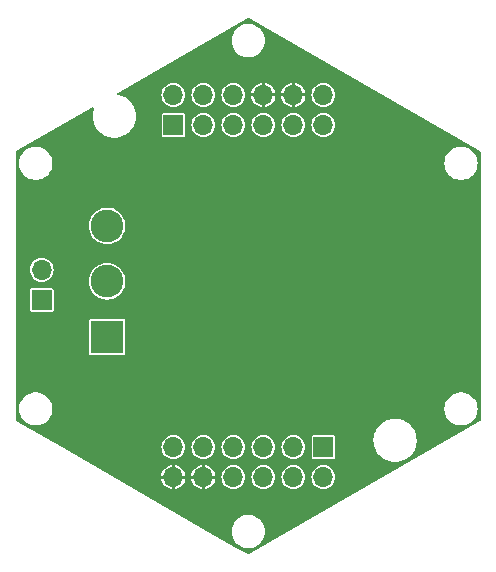
<source format=gbr>
%TF.GenerationSoftware,KiCad,Pcbnew,7.0.5*%
%TF.CreationDate,2024-01-24T02:21:01-05:00*%
%TF.ProjectId,LORA_ADAPTER,4c4f5241-5f41-4444-9150-5445522e6b69,rev?*%
%TF.SameCoordinates,Original*%
%TF.FileFunction,Copper,L2,Bot*%
%TF.FilePolarity,Positive*%
%FSLAX46Y46*%
G04 Gerber Fmt 4.6, Leading zero omitted, Abs format (unit mm)*
G04 Created by KiCad (PCBNEW 7.0.5) date 2024-01-24 02:21:01*
%MOMM*%
%LPD*%
G01*
G04 APERTURE LIST*
%TA.AperFunction,ComponentPad*%
%ADD10R,1.700000X1.700000*%
%TD*%
%TA.AperFunction,ComponentPad*%
%ADD11O,1.700000X1.700000*%
%TD*%
%TA.AperFunction,ComponentPad*%
%ADD12R,2.775000X2.775000*%
%TD*%
%TA.AperFunction,ComponentPad*%
%ADD13C,2.775000*%
%TD*%
%TA.AperFunction,ViaPad*%
%ADD14C,0.660400*%
%TD*%
G04 APERTURE END LIST*
D10*
%TO.P,J4,1,Pin_1*%
%TO.N,Net-(J4-Pin_1)*%
X132660000Y-101273621D03*
D11*
%TO.P,J4,2,Pin_2*%
%TO.N,Net-(J4-Pin_2)*%
X132660000Y-98733621D03*
%TD*%
D10*
%TO.P,J1,1,Pin_1*%
%TO.N,/VBAT*%
X143810000Y-86465599D03*
D11*
%TO.P,J1,2,Pin_2*%
%TO.N,/D8*%
X143810000Y-83925599D03*
%TO.P,J1,3,Pin_3*%
%TO.N,/A5*%
X146350000Y-86465599D03*
%TO.P,J1,4,Pin_4*%
%TO.N,/A3*%
X146350000Y-83925599D03*
%TO.P,J1,5,Pin_5*%
%TO.N,+5V*%
X148890000Y-86465599D03*
%TO.P,J1,6,Pin_6*%
%TO.N,/A2*%
X148890000Y-83925599D03*
%TO.P,J1,7,Pin_7*%
%TO.N,/LoRa_CS*%
X151430000Y-86465599D03*
%TO.P,J1,8,Pin_8*%
%TO.N,GND*%
X151430000Y-83925599D03*
%TO.P,J1,9,Pin_9*%
%TO.N,/BURN_EN*%
X153970000Y-86465599D03*
%TO.P,J1,10,Pin_10*%
%TO.N,GND*%
X153970000Y-83925599D03*
%TO.P,J1,11,Pin_11*%
%TO.N,/SDA*%
X156510000Y-86465599D03*
%TO.P,J1,12,Pin_12*%
%TO.N,/SCL*%
X156510000Y-83925599D03*
%TD*%
D10*
%TO.P,J2,1,Pin_1*%
%TO.N,/D12*%
X156510000Y-113743621D03*
D11*
%TO.P,J2,2,Pin_2*%
%TO.N,/D10*%
X156510000Y-116283621D03*
%TO.P,J2,3,Pin_3*%
%TO.N,/MOSI*%
X153970000Y-113743621D03*
%TO.P,J2,4,Pin_4*%
%TO.N,/D1*%
X153970000Y-116283621D03*
%TO.P,J2,5,Pin_5*%
%TO.N,/SCK*%
X151430000Y-113743621D03*
%TO.P,J2,6,Pin_6*%
%TO.N,/D3*%
X151430000Y-116283621D03*
%TO.P,J2,7,Pin_7*%
%TO.N,/D2*%
X148890000Y-113743621D03*
%TO.P,J2,8,Pin_8*%
%TO.N,/A4*%
X148890000Y-116283621D03*
%TO.P,J2,9,Pin_9*%
%TO.N,/MISO*%
X146350000Y-113743621D03*
%TO.P,J2,10,Pin_10*%
%TO.N,GND*%
X146350000Y-116283621D03*
%TO.P,J2,11,Pin_11*%
%TO.N,/BAT_BR*%
X143810000Y-113743621D03*
%TO.P,J2,12,Pin_12*%
%TO.N,GND*%
X143810000Y-116283621D03*
%TD*%
D12*
%TO.P,S1,1*%
%TO.N,Net-(J4-Pin_1)*%
X138210000Y-104404610D03*
D13*
%TO.P,S1,2*%
%TO.N,Net-(J4-Pin_2)*%
X138210000Y-99704610D03*
%TO.P,S1,3*%
%TO.N,unconnected-(S1-Pad3)*%
X138210000Y-95004610D03*
%TD*%
D14*
%TO.N,GND*%
X162660000Y-110698621D03*
X160160000Y-110698621D03*
X137660000Y-90698621D03*
X160160000Y-113198621D03*
X132660000Y-108198621D03*
X160160000Y-103198621D03*
X152160000Y-118198621D03*
X165160000Y-105698621D03*
X160160000Y-88198621D03*
X142660000Y-108198621D03*
X157660000Y-110698621D03*
X165160000Y-88198621D03*
X150160000Y-82198621D03*
X147660000Y-98198621D03*
X167660000Y-93198621D03*
X132660000Y-93198621D03*
X145160000Y-98198621D03*
X157660000Y-90698621D03*
X167660000Y-98198621D03*
X142660000Y-103198621D03*
X157660000Y-103198621D03*
X157660000Y-100698621D03*
X137660000Y-110698621D03*
X165160000Y-98198621D03*
X140160000Y-90698621D03*
X153160000Y-108198621D03*
X135160000Y-88198621D03*
X140160000Y-110698621D03*
X165160000Y-95698621D03*
X160160000Y-115698621D03*
X135160000Y-90698621D03*
X142660000Y-105698621D03*
X142660000Y-110698621D03*
X160160000Y-90698621D03*
X145160000Y-105698621D03*
X165160000Y-103198621D03*
X154160000Y-80198621D03*
X146160000Y-82198621D03*
X165160000Y-110698621D03*
X146160000Y-80198621D03*
X160160000Y-98198621D03*
X147660000Y-95698621D03*
X140160000Y-115698621D03*
X146160000Y-118198621D03*
X156160000Y-82198621D03*
X157660000Y-93198621D03*
X148160000Y-108198621D03*
X162660000Y-105698621D03*
X155160000Y-90698621D03*
X142660000Y-98198621D03*
X145160000Y-100698621D03*
X160160000Y-95698621D03*
X154160000Y-82198621D03*
X140160000Y-113198621D03*
X160160000Y-100698621D03*
X157660000Y-108198621D03*
X154160000Y-119698621D03*
X162660000Y-100698621D03*
X162660000Y-103198621D03*
X154160000Y-118198621D03*
X153160000Y-106198621D03*
X142660000Y-95698621D03*
X152660000Y-90698621D03*
X162660000Y-108198621D03*
X150160000Y-110198621D03*
X148160000Y-82198621D03*
X165160000Y-93198621D03*
X157660000Y-105698621D03*
X145160000Y-103198621D03*
X162660000Y-95698621D03*
X157660000Y-98198621D03*
X167660000Y-100698621D03*
X162660000Y-93198621D03*
X155160000Y-106198621D03*
X137660000Y-113198621D03*
X135160000Y-113198621D03*
X148160000Y-110198621D03*
X167660000Y-95698621D03*
X142660000Y-100698621D03*
X145160000Y-108198621D03*
X148160000Y-106198621D03*
X140160000Y-88198621D03*
X160160000Y-108198621D03*
X157660000Y-95698621D03*
X144160000Y-82198621D03*
X148160000Y-118198621D03*
X156160000Y-118198621D03*
X162660000Y-85698621D03*
X165160000Y-108198621D03*
X135160000Y-110698621D03*
X155160000Y-108198621D03*
X137660000Y-88198621D03*
X146160000Y-119698621D03*
X150160000Y-106198621D03*
X162660000Y-90698621D03*
X160160000Y-85698621D03*
X162660000Y-98198621D03*
X165160000Y-90698621D03*
X155160000Y-93198621D03*
X165160000Y-100698621D03*
X160160000Y-93198621D03*
X152160000Y-82198621D03*
X150160000Y-118198621D03*
X162660000Y-88198621D03*
X144160000Y-118198621D03*
X152660000Y-93198621D03*
X150160000Y-108198621D03*
X132660000Y-105698621D03*
X145160000Y-110698621D03*
X153160000Y-110198621D03*
X167660000Y-103198621D03*
X167660000Y-105698621D03*
X155160000Y-110198621D03*
X160160000Y-105698621D03*
%TD*%
%TA.AperFunction,Conductor*%
%TO.N,GND*%
G36*
X150203946Y-77388502D02*
G01*
X169810750Y-88708494D01*
X169849399Y-88754554D01*
X169854700Y-88784618D01*
X169854700Y-111424599D01*
X169834135Y-111481100D01*
X169810750Y-111500723D01*
X150203949Y-122820715D01*
X150144735Y-122831156D01*
X150116049Y-122820715D01*
X149138254Y-122256185D01*
X146770601Y-120889220D01*
X148749884Y-120889220D01*
X148769115Y-121121316D01*
X148769116Y-121121322D01*
X148826286Y-121347080D01*
X148826289Y-121347088D01*
X148897987Y-121510541D01*
X148919840Y-121560361D01*
X148919844Y-121560367D01*
X149047215Y-121755325D01*
X149047216Y-121755327D01*
X149047220Y-121755331D01*
X149204954Y-121926676D01*
X149388740Y-122069722D01*
X149593563Y-122180567D01*
X149813837Y-122256187D01*
X149813839Y-122256187D01*
X149813841Y-122256188D01*
X150043550Y-122294520D01*
X150043554Y-122294520D01*
X150276450Y-122294520D01*
X150506158Y-122256188D01*
X150506158Y-122256187D01*
X150506163Y-122256187D01*
X150726437Y-122180567D01*
X150931260Y-122069722D01*
X151115046Y-121926676D01*
X151272780Y-121755331D01*
X151400160Y-121560361D01*
X151493712Y-121347084D01*
X151550884Y-121121317D01*
X151570116Y-120889220D01*
X151550884Y-120657123D01*
X151550883Y-120657117D01*
X151493713Y-120431359D01*
X151493710Y-120431351D01*
X151400164Y-120218089D01*
X151400160Y-120218079D01*
X151319435Y-120094520D01*
X151272784Y-120023114D01*
X151272783Y-120023112D01*
X151115050Y-119851768D01*
X151115048Y-119851767D01*
X151115046Y-119851764D01*
X150931260Y-119708718D01*
X150726437Y-119597873D01*
X150726433Y-119597871D01*
X150726430Y-119597870D01*
X150506167Y-119522254D01*
X150506158Y-119522251D01*
X150276450Y-119483920D01*
X150276446Y-119483920D01*
X150043554Y-119483920D01*
X150043550Y-119483920D01*
X149813841Y-119522251D01*
X149813832Y-119522254D01*
X149593569Y-119597870D01*
X149388740Y-119708718D01*
X149204949Y-119851768D01*
X149047216Y-120023112D01*
X149047215Y-120023114D01*
X148919844Y-120218072D01*
X148919835Y-120218089D01*
X148826289Y-120431351D01*
X148826286Y-120431359D01*
X148769116Y-120657117D01*
X148769115Y-120657123D01*
X148749884Y-120889220D01*
X146770601Y-120889220D01*
X139013441Y-116410621D01*
X142789735Y-116410621D01*
X142797072Y-116485109D01*
X142855842Y-116678846D01*
X142855844Y-116678849D01*
X142951281Y-116857399D01*
X143079717Y-117013899D01*
X143079721Y-117013903D01*
X143236221Y-117142339D01*
X143414771Y-117237776D01*
X143414774Y-117237778D01*
X143608515Y-117296550D01*
X143683000Y-117303884D01*
X143683000Y-116770502D01*
X143774237Y-116783621D01*
X143845763Y-116783621D01*
X143937000Y-116770502D01*
X143937000Y-117303884D01*
X144011484Y-117296550D01*
X144205225Y-117237778D01*
X144205228Y-117237776D01*
X144383778Y-117142339D01*
X144540278Y-117013903D01*
X144540282Y-117013899D01*
X144668718Y-116857399D01*
X144764155Y-116678849D01*
X144764157Y-116678846D01*
X144822927Y-116485109D01*
X144830265Y-116410621D01*
X145329735Y-116410621D01*
X145337072Y-116485109D01*
X145395842Y-116678846D01*
X145395844Y-116678849D01*
X145491281Y-116857399D01*
X145619717Y-117013899D01*
X145619721Y-117013903D01*
X145776221Y-117142339D01*
X145954771Y-117237776D01*
X145954774Y-117237778D01*
X146148515Y-117296550D01*
X146223000Y-117303884D01*
X146223000Y-116770502D01*
X146314237Y-116783621D01*
X146385763Y-116783621D01*
X146477000Y-116770502D01*
X146477000Y-117303884D01*
X146551484Y-117296550D01*
X146745225Y-117237778D01*
X146745228Y-117237776D01*
X146923778Y-117142339D01*
X147080278Y-117013903D01*
X147080282Y-117013899D01*
X147208718Y-116857399D01*
X147304155Y-116678849D01*
X147304157Y-116678846D01*
X147362927Y-116485109D01*
X147370265Y-116410621D01*
X146833818Y-116410621D01*
X146850000Y-116355510D01*
X146850000Y-116283621D01*
X147882247Y-116283621D01*
X147901612Y-116480230D01*
X147958957Y-116669269D01*
X147958958Y-116669271D01*
X148052084Y-116843499D01*
X148177411Y-116996210D01*
X148330122Y-117121537D01*
X148504350Y-117214663D01*
X148693397Y-117272010D01*
X148890000Y-117291374D01*
X149086603Y-117272010D01*
X149275650Y-117214663D01*
X149449878Y-117121537D01*
X149602589Y-116996210D01*
X149727916Y-116843499D01*
X149821042Y-116669271D01*
X149878389Y-116480224D01*
X149897753Y-116283621D01*
X150422247Y-116283621D01*
X150441612Y-116480230D01*
X150498957Y-116669269D01*
X150498958Y-116669271D01*
X150592084Y-116843499D01*
X150717411Y-116996210D01*
X150870122Y-117121537D01*
X151044350Y-117214663D01*
X151233397Y-117272010D01*
X151430000Y-117291374D01*
X151626603Y-117272010D01*
X151815650Y-117214663D01*
X151989878Y-117121537D01*
X152142589Y-116996210D01*
X152267916Y-116843499D01*
X152361042Y-116669271D01*
X152418389Y-116480224D01*
X152437753Y-116283621D01*
X152962247Y-116283621D01*
X152981612Y-116480230D01*
X153038957Y-116669269D01*
X153038958Y-116669271D01*
X153132084Y-116843499D01*
X153257411Y-116996210D01*
X153410122Y-117121537D01*
X153584350Y-117214663D01*
X153773397Y-117272010D01*
X153970000Y-117291374D01*
X154166603Y-117272010D01*
X154355650Y-117214663D01*
X154529878Y-117121537D01*
X154682589Y-116996210D01*
X154807916Y-116843499D01*
X154901042Y-116669271D01*
X154958389Y-116480224D01*
X154977753Y-116283621D01*
X155502247Y-116283621D01*
X155521612Y-116480230D01*
X155578957Y-116669269D01*
X155578958Y-116669271D01*
X155672084Y-116843499D01*
X155797411Y-116996210D01*
X155950122Y-117121537D01*
X156124350Y-117214663D01*
X156313397Y-117272010D01*
X156510000Y-117291374D01*
X156706603Y-117272010D01*
X156895650Y-117214663D01*
X157069878Y-117121537D01*
X157222589Y-116996210D01*
X157347916Y-116843499D01*
X157441042Y-116669271D01*
X157498389Y-116480224D01*
X157517753Y-116283621D01*
X157498389Y-116087018D01*
X157441042Y-115897971D01*
X157347916Y-115723743D01*
X157222589Y-115571032D01*
X157069878Y-115445705D01*
X156895650Y-115352579D01*
X156895649Y-115352578D01*
X156895648Y-115352578D01*
X156706609Y-115295233D01*
X156706604Y-115295232D01*
X156706603Y-115295232D01*
X156510000Y-115275868D01*
X156509999Y-115275868D01*
X156462657Y-115280530D01*
X156313397Y-115295232D01*
X156313395Y-115295232D01*
X156313390Y-115295233D01*
X156124351Y-115352578D01*
X155950121Y-115445705D01*
X155797413Y-115571030D01*
X155797409Y-115571034D01*
X155672084Y-115723742D01*
X155578957Y-115897972D01*
X155521612Y-116087011D01*
X155502247Y-116283621D01*
X154977753Y-116283621D01*
X154958389Y-116087018D01*
X154901042Y-115897971D01*
X154807916Y-115723743D01*
X154682589Y-115571032D01*
X154529878Y-115445705D01*
X154355650Y-115352579D01*
X154355649Y-115352578D01*
X154355648Y-115352578D01*
X154166609Y-115295233D01*
X154166604Y-115295232D01*
X154166603Y-115295232D01*
X153970000Y-115275868D01*
X153773397Y-115295232D01*
X153773395Y-115295232D01*
X153773390Y-115295233D01*
X153584351Y-115352578D01*
X153410121Y-115445705D01*
X153257413Y-115571030D01*
X153257409Y-115571034D01*
X153132084Y-115723742D01*
X153038957Y-115897972D01*
X152981612Y-116087011D01*
X152962247Y-116283621D01*
X152437753Y-116283621D01*
X152418389Y-116087018D01*
X152361042Y-115897971D01*
X152267916Y-115723743D01*
X152142589Y-115571032D01*
X151989878Y-115445705D01*
X151815650Y-115352579D01*
X151815649Y-115352578D01*
X151815648Y-115352578D01*
X151626609Y-115295233D01*
X151626604Y-115295232D01*
X151626603Y-115295232D01*
X151430000Y-115275868D01*
X151429999Y-115275868D01*
X151382657Y-115280530D01*
X151233397Y-115295232D01*
X151233395Y-115295232D01*
X151233390Y-115295233D01*
X151044351Y-115352578D01*
X150870121Y-115445705D01*
X150717413Y-115571030D01*
X150717409Y-115571034D01*
X150592084Y-115723742D01*
X150498957Y-115897972D01*
X150441612Y-116087011D01*
X150422247Y-116283621D01*
X149897753Y-116283621D01*
X149878389Y-116087018D01*
X149821042Y-115897971D01*
X149727916Y-115723743D01*
X149602589Y-115571032D01*
X149449878Y-115445705D01*
X149275650Y-115352579D01*
X149275649Y-115352578D01*
X149275648Y-115352578D01*
X149086609Y-115295233D01*
X149086604Y-115295232D01*
X149086603Y-115295232D01*
X148890000Y-115275868D01*
X148889999Y-115275868D01*
X148842657Y-115280530D01*
X148693397Y-115295232D01*
X148693395Y-115295232D01*
X148693390Y-115295233D01*
X148504351Y-115352578D01*
X148330121Y-115445705D01*
X148177413Y-115571030D01*
X148177409Y-115571034D01*
X148052084Y-115723742D01*
X147958957Y-115897972D01*
X147901612Y-116087011D01*
X147882247Y-116283621D01*
X146850000Y-116283621D01*
X146850000Y-116211732D01*
X146833818Y-116156621D01*
X147370264Y-116156621D01*
X147362927Y-116082132D01*
X147304157Y-115888395D01*
X147304155Y-115888392D01*
X147208718Y-115709842D01*
X147080282Y-115553342D01*
X147080278Y-115553338D01*
X146923778Y-115424902D01*
X146745228Y-115329465D01*
X146745225Y-115329463D01*
X146551488Y-115270693D01*
X146477000Y-115263356D01*
X146477000Y-115796739D01*
X146385763Y-115783621D01*
X146314237Y-115783621D01*
X146223000Y-115796739D01*
X146223000Y-115263356D01*
X146148511Y-115270693D01*
X145954774Y-115329463D01*
X145954771Y-115329465D01*
X145776221Y-115424902D01*
X145619721Y-115553338D01*
X145619717Y-115553342D01*
X145491281Y-115709842D01*
X145395844Y-115888392D01*
X145395842Y-115888395D01*
X145337072Y-116082132D01*
X145329735Y-116156621D01*
X145866182Y-116156621D01*
X145850000Y-116211732D01*
X145850000Y-116355510D01*
X145866182Y-116410621D01*
X145329735Y-116410621D01*
X144830265Y-116410621D01*
X144293818Y-116410621D01*
X144310000Y-116355510D01*
X144310000Y-116211732D01*
X144293818Y-116156621D01*
X144830264Y-116156621D01*
X144822927Y-116082132D01*
X144764157Y-115888395D01*
X144764155Y-115888392D01*
X144668718Y-115709842D01*
X144540282Y-115553342D01*
X144540278Y-115553338D01*
X144383778Y-115424902D01*
X144205228Y-115329465D01*
X144205225Y-115329463D01*
X144011488Y-115270693D01*
X143937000Y-115263356D01*
X143937000Y-115796739D01*
X143845763Y-115783621D01*
X143774237Y-115783621D01*
X143683000Y-115796739D01*
X143683000Y-115263356D01*
X143608511Y-115270693D01*
X143414774Y-115329463D01*
X143414771Y-115329465D01*
X143236221Y-115424902D01*
X143079721Y-115553338D01*
X143079717Y-115553342D01*
X142951281Y-115709842D01*
X142855844Y-115888392D01*
X142855842Y-115888395D01*
X142797072Y-116082132D01*
X142789735Y-116156621D01*
X143326182Y-116156621D01*
X143310000Y-116211732D01*
X143310000Y-116355510D01*
X143326182Y-116410621D01*
X142789735Y-116410621D01*
X139013441Y-116410621D01*
X134394061Y-113743621D01*
X142802247Y-113743621D01*
X142821612Y-113940230D01*
X142870186Y-114100355D01*
X142878958Y-114129271D01*
X142972084Y-114303499D01*
X143097411Y-114456210D01*
X143250122Y-114581537D01*
X143424350Y-114674663D01*
X143613397Y-114732010D01*
X143810000Y-114751374D01*
X144006603Y-114732010D01*
X144195650Y-114674663D01*
X144369878Y-114581537D01*
X144522589Y-114456210D01*
X144647916Y-114303499D01*
X144741042Y-114129271D01*
X144798389Y-113940224D01*
X144817753Y-113743621D01*
X145342247Y-113743621D01*
X145361612Y-113940230D01*
X145410186Y-114100355D01*
X145418958Y-114129271D01*
X145512084Y-114303499D01*
X145637411Y-114456210D01*
X145790122Y-114581537D01*
X145964350Y-114674663D01*
X146153397Y-114732010D01*
X146350000Y-114751374D01*
X146546603Y-114732010D01*
X146735650Y-114674663D01*
X146909878Y-114581537D01*
X147062589Y-114456210D01*
X147187916Y-114303499D01*
X147281042Y-114129271D01*
X147338389Y-113940224D01*
X147357753Y-113743621D01*
X147357753Y-113743620D01*
X147882247Y-113743620D01*
X147901612Y-113940230D01*
X147950186Y-114100355D01*
X147958958Y-114129271D01*
X148052084Y-114303499D01*
X148177411Y-114456210D01*
X148330122Y-114581537D01*
X148504350Y-114674663D01*
X148693397Y-114732010D01*
X148890000Y-114751374D01*
X149086603Y-114732010D01*
X149275650Y-114674663D01*
X149449878Y-114581537D01*
X149602589Y-114456210D01*
X149727916Y-114303499D01*
X149821042Y-114129271D01*
X149878389Y-113940224D01*
X149897753Y-113743621D01*
X149897753Y-113743620D01*
X150422247Y-113743620D01*
X150441612Y-113940230D01*
X150490186Y-114100355D01*
X150498958Y-114129271D01*
X150592084Y-114303499D01*
X150717411Y-114456210D01*
X150870122Y-114581537D01*
X151044350Y-114674663D01*
X151233397Y-114732010D01*
X151430000Y-114751374D01*
X151626603Y-114732010D01*
X151815650Y-114674663D01*
X151989878Y-114581537D01*
X152142589Y-114456210D01*
X152267916Y-114303499D01*
X152361042Y-114129271D01*
X152418389Y-113940224D01*
X152437753Y-113743621D01*
X152437753Y-113743620D01*
X152962247Y-113743620D01*
X152981612Y-113940230D01*
X153030186Y-114100355D01*
X153038958Y-114129271D01*
X153132084Y-114303499D01*
X153257411Y-114456210D01*
X153410122Y-114581537D01*
X153584350Y-114674663D01*
X153773397Y-114732010D01*
X153970000Y-114751374D01*
X154166603Y-114732010D01*
X154355650Y-114674663D01*
X154479098Y-114608679D01*
X155507100Y-114608679D01*
X155515972Y-114653279D01*
X155549766Y-114703855D01*
X155566701Y-114715171D01*
X155600341Y-114737649D01*
X155607741Y-114739120D01*
X155644943Y-114746521D01*
X157375056Y-114746520D01*
X157375058Y-114746520D01*
X157387750Y-114743995D01*
X157419658Y-114737649D01*
X157470234Y-114703855D01*
X157504028Y-114653279D01*
X157512900Y-114608678D01*
X157512899Y-113169313D01*
X160753889Y-113169313D01*
X160774340Y-113442221D01*
X160774342Y-113442229D01*
X160806928Y-113584999D01*
X160835240Y-113709040D01*
X160848812Y-113743620D01*
X160935225Y-113963799D01*
X160935226Y-113963800D01*
X161072065Y-114200813D01*
X161218713Y-114384702D01*
X161242703Y-114414785D01*
X161443318Y-114600928D01*
X161443327Y-114600936D01*
X161594284Y-114703856D01*
X161669445Y-114755100D01*
X161669447Y-114755101D01*
X161669446Y-114755101D01*
X161885324Y-114859061D01*
X161916020Y-114873844D01*
X162177539Y-114954512D01*
X162448161Y-114995302D01*
X162448166Y-114995302D01*
X162721834Y-114995302D01*
X162721839Y-114995302D01*
X162992461Y-114954512D01*
X163253980Y-114873844D01*
X163500556Y-114755100D01*
X163726679Y-114600931D01*
X163927299Y-114414783D01*
X164097935Y-114200813D01*
X164234774Y-113963800D01*
X164334760Y-113709040D01*
X164395659Y-113442224D01*
X164407930Y-113278476D01*
X164416111Y-113169313D01*
X164416111Y-113169308D01*
X164395659Y-112896400D01*
X164395659Y-112896398D01*
X164334760Y-112629582D01*
X164234774Y-112374822D01*
X164097935Y-112137809D01*
X163927299Y-111923839D01*
X163901035Y-111899470D01*
X163726681Y-111737693D01*
X163726671Y-111737685D01*
X163500553Y-111583520D01*
X163500554Y-111583520D01*
X163253983Y-111464779D01*
X163221191Y-111454664D01*
X162992461Y-111384110D01*
X162992457Y-111384109D01*
X162992456Y-111384109D01*
X162721841Y-111343320D01*
X162721839Y-111343320D01*
X162448161Y-111343320D01*
X162448158Y-111343320D01*
X162177543Y-111384109D01*
X162177540Y-111384109D01*
X162177539Y-111384110D01*
X162046779Y-111424444D01*
X161916016Y-111464779D01*
X161669447Y-111583520D01*
X161443327Y-111737685D01*
X161443318Y-111737693D01*
X161242703Y-111923836D01*
X161072067Y-112137806D01*
X160935226Y-112374821D01*
X160935225Y-112374822D01*
X160835241Y-112629580D01*
X160835239Y-112629585D01*
X160774342Y-112896392D01*
X160774340Y-112896400D01*
X160753889Y-113169308D01*
X160753889Y-113169313D01*
X157512899Y-113169313D01*
X157512899Y-112878565D01*
X157512899Y-112878564D01*
X157512899Y-112878562D01*
X157509111Y-112859523D01*
X157504028Y-112833963D01*
X157470234Y-112783387D01*
X157470002Y-112783232D01*
X157419658Y-112749592D01*
X157382456Y-112742192D01*
X157375057Y-112740721D01*
X157375056Y-112740721D01*
X155644941Y-112740721D01*
X155600341Y-112749593D01*
X155549767Y-112783386D01*
X155549764Y-112783389D01*
X155515971Y-112833962D01*
X155507100Y-112878564D01*
X155507100Y-114608679D01*
X154479098Y-114608679D01*
X154529878Y-114581537D01*
X154682589Y-114456210D01*
X154807916Y-114303499D01*
X154901042Y-114129271D01*
X154958389Y-113940224D01*
X154977753Y-113743621D01*
X154958389Y-113547018D01*
X154901042Y-113357971D01*
X154807916Y-113183743D01*
X154682589Y-113031032D01*
X154529878Y-112905705D01*
X154355650Y-112812579D01*
X154355649Y-112812578D01*
X154355648Y-112812578D01*
X154166609Y-112755233D01*
X154166604Y-112755232D01*
X154166603Y-112755232D01*
X153970000Y-112735868D01*
X153773397Y-112755232D01*
X153773395Y-112755232D01*
X153773390Y-112755233D01*
X153584351Y-112812578D01*
X153410121Y-112905705D01*
X153257413Y-113031030D01*
X153257409Y-113031034D01*
X153132084Y-113183742D01*
X153038957Y-113357972D01*
X152981612Y-113547011D01*
X152962247Y-113743620D01*
X152437753Y-113743620D01*
X152418389Y-113547018D01*
X152361042Y-113357971D01*
X152267916Y-113183743D01*
X152142589Y-113031032D01*
X151989878Y-112905705D01*
X151815650Y-112812579D01*
X151815649Y-112812578D01*
X151815648Y-112812578D01*
X151626609Y-112755233D01*
X151626604Y-112755232D01*
X151626603Y-112755232D01*
X151430000Y-112735868D01*
X151429999Y-112735868D01*
X151382657Y-112740530D01*
X151233397Y-112755232D01*
X151233395Y-112755232D01*
X151233390Y-112755233D01*
X151044351Y-112812578D01*
X150870121Y-112905705D01*
X150717413Y-113031030D01*
X150717409Y-113031034D01*
X150592084Y-113183742D01*
X150498957Y-113357972D01*
X150441612Y-113547011D01*
X150422247Y-113743620D01*
X149897753Y-113743620D01*
X149878389Y-113547018D01*
X149821042Y-113357971D01*
X149727916Y-113183743D01*
X149602589Y-113031032D01*
X149449878Y-112905705D01*
X149275650Y-112812579D01*
X149275649Y-112812578D01*
X149275648Y-112812578D01*
X149086609Y-112755233D01*
X149086604Y-112755232D01*
X149086603Y-112755232D01*
X148890000Y-112735868D01*
X148693397Y-112755232D01*
X148693395Y-112755232D01*
X148693390Y-112755233D01*
X148504351Y-112812578D01*
X148330121Y-112905705D01*
X148177413Y-113031030D01*
X148177409Y-113031034D01*
X148052084Y-113183742D01*
X147958957Y-113357972D01*
X147901612Y-113547011D01*
X147882247Y-113743620D01*
X147357753Y-113743620D01*
X147338389Y-113547018D01*
X147281042Y-113357971D01*
X147187916Y-113183743D01*
X147062589Y-113031032D01*
X146909878Y-112905705D01*
X146735650Y-112812579D01*
X146735649Y-112812578D01*
X146735648Y-112812578D01*
X146546609Y-112755233D01*
X146546604Y-112755232D01*
X146546603Y-112755232D01*
X146350000Y-112735868D01*
X146153397Y-112755232D01*
X146153395Y-112755232D01*
X146153390Y-112755233D01*
X145964351Y-112812578D01*
X145790121Y-112905705D01*
X145637413Y-113031030D01*
X145637409Y-113031034D01*
X145512084Y-113183742D01*
X145418957Y-113357972D01*
X145361612Y-113547011D01*
X145342247Y-113743621D01*
X144817753Y-113743621D01*
X144798389Y-113547018D01*
X144741042Y-113357971D01*
X144647916Y-113183743D01*
X144522589Y-113031032D01*
X144369878Y-112905705D01*
X144195650Y-112812579D01*
X144195649Y-112812578D01*
X144195648Y-112812578D01*
X144006609Y-112755233D01*
X144006604Y-112755232D01*
X144006603Y-112755232D01*
X143810000Y-112735868D01*
X143613397Y-112755232D01*
X143613395Y-112755232D01*
X143613390Y-112755233D01*
X143424351Y-112812578D01*
X143250121Y-112905705D01*
X143097413Y-113031030D01*
X143097409Y-113031034D01*
X142972084Y-113183742D01*
X142878957Y-113357972D01*
X142821612Y-113547011D01*
X142802247Y-113743621D01*
X134394061Y-113743621D01*
X130509248Y-111500723D01*
X130470600Y-111454664D01*
X130465300Y-111424605D01*
X130465300Y-110496915D01*
X130749884Y-110496915D01*
X130769115Y-110729011D01*
X130769116Y-110729017D01*
X130826286Y-110954775D01*
X130826289Y-110954783D01*
X130897987Y-111118236D01*
X130919840Y-111168056D01*
X130919844Y-111168062D01*
X131047215Y-111363020D01*
X131047216Y-111363022D01*
X131173979Y-111500724D01*
X131204954Y-111534371D01*
X131388740Y-111677417D01*
X131593563Y-111788262D01*
X131813837Y-111863882D01*
X131813839Y-111863882D01*
X131813841Y-111863883D01*
X132043550Y-111902215D01*
X132043554Y-111902215D01*
X132276450Y-111902215D01*
X132506158Y-111863883D01*
X132506158Y-111863882D01*
X132506163Y-111863882D01*
X132726437Y-111788262D01*
X132931260Y-111677417D01*
X133115046Y-111534371D01*
X133272780Y-111363026D01*
X133400160Y-111168056D01*
X133493712Y-110954779D01*
X133550884Y-110729012D01*
X133570116Y-110496915D01*
X133570116Y-110496914D01*
X166749884Y-110496914D01*
X166769115Y-110729011D01*
X166769116Y-110729017D01*
X166826286Y-110954775D01*
X166826289Y-110954783D01*
X166897987Y-111118236D01*
X166919840Y-111168056D01*
X166919844Y-111168062D01*
X167047215Y-111363020D01*
X167047216Y-111363022D01*
X167173979Y-111500724D01*
X167204954Y-111534371D01*
X167388740Y-111677417D01*
X167593563Y-111788262D01*
X167813837Y-111863882D01*
X167813839Y-111863882D01*
X167813841Y-111863883D01*
X168043550Y-111902215D01*
X168043554Y-111902215D01*
X168276450Y-111902215D01*
X168506158Y-111863883D01*
X168506158Y-111863882D01*
X168506163Y-111863882D01*
X168726437Y-111788262D01*
X168931260Y-111677417D01*
X169115046Y-111534371D01*
X169272780Y-111363026D01*
X169400160Y-111168056D01*
X169493712Y-110954779D01*
X169550884Y-110729012D01*
X169570116Y-110496915D01*
X169550884Y-110264818D01*
X169550883Y-110264812D01*
X169493713Y-110039054D01*
X169493710Y-110039046D01*
X169400164Y-109825784D01*
X169400160Y-109825774D01*
X169319435Y-109702215D01*
X169272784Y-109630809D01*
X169272783Y-109630807D01*
X169115050Y-109459463D01*
X169115048Y-109459462D01*
X169115046Y-109459459D01*
X168931260Y-109316413D01*
X168726437Y-109205568D01*
X168726433Y-109205566D01*
X168726430Y-109205565D01*
X168506167Y-109129949D01*
X168506158Y-109129946D01*
X168276450Y-109091615D01*
X168276446Y-109091615D01*
X168043554Y-109091615D01*
X168043550Y-109091615D01*
X167813841Y-109129946D01*
X167813832Y-109129949D01*
X167593569Y-109205565D01*
X167388740Y-109316413D01*
X167204949Y-109459463D01*
X167047216Y-109630807D01*
X167047215Y-109630809D01*
X166919844Y-109825767D01*
X166919835Y-109825784D01*
X166826289Y-110039046D01*
X166826286Y-110039054D01*
X166769116Y-110264812D01*
X166769115Y-110264818D01*
X166749884Y-110496914D01*
X133570116Y-110496914D01*
X133550884Y-110264818D01*
X133550883Y-110264812D01*
X133493713Y-110039054D01*
X133493710Y-110039046D01*
X133400164Y-109825784D01*
X133400160Y-109825774D01*
X133319435Y-109702215D01*
X133272784Y-109630809D01*
X133272783Y-109630807D01*
X133115050Y-109459463D01*
X133115048Y-109459462D01*
X133115046Y-109459459D01*
X132931260Y-109316413D01*
X132726437Y-109205568D01*
X132726433Y-109205566D01*
X132726430Y-109205565D01*
X132506167Y-109129949D01*
X132506158Y-109129946D01*
X132276450Y-109091615D01*
X132276446Y-109091615D01*
X132043554Y-109091615D01*
X132043550Y-109091615D01*
X131813841Y-109129946D01*
X131813832Y-109129949D01*
X131593569Y-109205565D01*
X131388740Y-109316413D01*
X131204949Y-109459463D01*
X131047216Y-109630807D01*
X131047215Y-109630809D01*
X130919844Y-109825767D01*
X130919835Y-109825784D01*
X130826289Y-110039046D01*
X130826286Y-110039054D01*
X130769116Y-110264812D01*
X130769115Y-110264818D01*
X130749884Y-110496915D01*
X130465300Y-110496915D01*
X130465300Y-105807168D01*
X136669600Y-105807168D01*
X136678472Y-105851768D01*
X136712266Y-105902344D01*
X136729201Y-105913660D01*
X136762841Y-105936138D01*
X136770241Y-105937609D01*
X136807443Y-105945010D01*
X139612556Y-105945009D01*
X139612558Y-105945009D01*
X139625250Y-105942484D01*
X139657158Y-105936138D01*
X139707734Y-105902344D01*
X139741528Y-105851768D01*
X139750400Y-105807167D01*
X139750399Y-103002054D01*
X139750399Y-103002053D01*
X139750399Y-103002051D01*
X139746611Y-102983012D01*
X139741528Y-102957452D01*
X139707734Y-102906876D01*
X139707502Y-102906721D01*
X139657158Y-102873081D01*
X139619956Y-102865681D01*
X139612557Y-102864210D01*
X139612556Y-102864210D01*
X136807441Y-102864210D01*
X136762841Y-102873082D01*
X136712267Y-102906875D01*
X136712264Y-102906878D01*
X136678471Y-102957451D01*
X136669600Y-103002053D01*
X136669600Y-105807168D01*
X130465300Y-105807168D01*
X130465300Y-102138679D01*
X131657100Y-102138679D01*
X131665972Y-102183279D01*
X131699766Y-102233855D01*
X131716701Y-102245171D01*
X131750341Y-102267649D01*
X131757741Y-102269120D01*
X131794943Y-102276521D01*
X133525056Y-102276520D01*
X133525058Y-102276520D01*
X133537750Y-102273995D01*
X133569658Y-102267649D01*
X133620234Y-102233855D01*
X133654028Y-102183279D01*
X133662900Y-102138678D01*
X133662899Y-100408565D01*
X133662899Y-100408564D01*
X133662899Y-100408562D01*
X133659111Y-100389523D01*
X133654028Y-100363963D01*
X133620234Y-100313387D01*
X133620002Y-100313232D01*
X133569658Y-100279592D01*
X133532456Y-100272192D01*
X133525057Y-100270721D01*
X133525056Y-100270721D01*
X131794941Y-100270721D01*
X131750341Y-100279593D01*
X131699767Y-100313386D01*
X131699764Y-100313389D01*
X131665971Y-100363962D01*
X131657100Y-100408564D01*
X131657100Y-102138679D01*
X130465300Y-102138679D01*
X130465300Y-98733620D01*
X131652247Y-98733620D01*
X131671612Y-98930230D01*
X131728957Y-99119269D01*
X131728958Y-99119271D01*
X131822084Y-99293499D01*
X131947411Y-99446210D01*
X132100122Y-99571537D01*
X132274350Y-99664663D01*
X132463397Y-99722010D01*
X132660000Y-99741374D01*
X132856603Y-99722010D01*
X132913963Y-99704610D01*
X136664837Y-99704610D01*
X136683861Y-99946328D01*
X136683862Y-99946335D01*
X136740462Y-100182092D01*
X136833249Y-100406096D01*
X136833254Y-100406106D01*
X136959937Y-100612834D01*
X137117400Y-100797200D01*
X137117409Y-100797209D01*
X137264901Y-100923179D01*
X137301776Y-100954673D01*
X137508511Y-101081360D01*
X137657849Y-101143218D01*
X137732517Y-101174147D01*
X137968274Y-101230747D01*
X137968275Y-101230747D01*
X137968283Y-101230749D01*
X138210000Y-101249773D01*
X138451717Y-101230749D01*
X138687482Y-101174147D01*
X138911489Y-101081360D01*
X139118224Y-100954673D01*
X139302595Y-100797205D01*
X139460063Y-100612834D01*
X139586750Y-100406099D01*
X139679537Y-100182092D01*
X139736139Y-99946327D01*
X139755163Y-99704610D01*
X139736139Y-99462893D01*
X139679537Y-99227128D01*
X139586750Y-99003121D01*
X139460063Y-98796386D01*
X139406456Y-98733620D01*
X139302599Y-98612019D01*
X139302590Y-98612010D01*
X139118224Y-98454547D01*
X138911496Y-98327864D01*
X138911493Y-98327862D01*
X138911489Y-98327860D01*
X138867745Y-98309741D01*
X138687482Y-98235072D01*
X138451725Y-98178472D01*
X138451718Y-98178471D01*
X138210000Y-98159447D01*
X137968281Y-98178471D01*
X137968274Y-98178472D01*
X137732517Y-98235072D01*
X137508513Y-98327859D01*
X137508503Y-98327864D01*
X137301775Y-98454547D01*
X137117409Y-98612010D01*
X137117400Y-98612019D01*
X136959937Y-98796385D01*
X136833254Y-99003113D01*
X136833249Y-99003123D01*
X136740462Y-99227127D01*
X136683862Y-99462884D01*
X136683861Y-99462891D01*
X136664837Y-99704609D01*
X136664837Y-99704610D01*
X132913963Y-99704610D01*
X133045650Y-99664663D01*
X133219878Y-99571537D01*
X133372589Y-99446210D01*
X133497916Y-99293499D01*
X133591042Y-99119271D01*
X133648389Y-98930224D01*
X133667753Y-98733621D01*
X133648389Y-98537018D01*
X133591042Y-98347971D01*
X133497916Y-98173743D01*
X133372589Y-98021032D01*
X133219878Y-97895705D01*
X133045650Y-97802579D01*
X133045649Y-97802578D01*
X133045648Y-97802578D01*
X132856609Y-97745233D01*
X132856604Y-97745232D01*
X132856603Y-97745232D01*
X132660000Y-97725868D01*
X132463397Y-97745232D01*
X132463395Y-97745232D01*
X132463390Y-97745233D01*
X132274351Y-97802578D01*
X132100121Y-97895705D01*
X131947413Y-98021030D01*
X131947409Y-98021034D01*
X131822084Y-98173742D01*
X131728957Y-98347972D01*
X131671612Y-98537011D01*
X131652247Y-98733620D01*
X130465300Y-98733620D01*
X130465300Y-95004610D01*
X136664837Y-95004610D01*
X136683861Y-95246328D01*
X136683862Y-95246335D01*
X136740462Y-95482092D01*
X136833249Y-95706096D01*
X136833254Y-95706106D01*
X136959937Y-95912834D01*
X137117400Y-96097200D01*
X137117409Y-96097209D01*
X137264901Y-96223179D01*
X137301776Y-96254673D01*
X137508511Y-96381360D01*
X137657849Y-96443217D01*
X137732517Y-96474147D01*
X137968274Y-96530747D01*
X137968275Y-96530747D01*
X137968283Y-96530749D01*
X138210000Y-96549773D01*
X138451717Y-96530749D01*
X138687482Y-96474147D01*
X138911489Y-96381360D01*
X139118224Y-96254673D01*
X139302595Y-96097205D01*
X139460063Y-95912834D01*
X139586750Y-95706099D01*
X139679537Y-95482092D01*
X139736139Y-95246327D01*
X139755163Y-95004610D01*
X139736139Y-94762893D01*
X139679537Y-94527128D01*
X139586750Y-94303121D01*
X139460063Y-94096386D01*
X139428569Y-94059511D01*
X139302599Y-93912019D01*
X139302590Y-93912010D01*
X139118224Y-93754547D01*
X138911496Y-93627864D01*
X138911493Y-93627862D01*
X138911489Y-93627860D01*
X138867745Y-93609740D01*
X138687482Y-93535072D01*
X138451725Y-93478472D01*
X138451718Y-93478471D01*
X138210000Y-93459447D01*
X137968281Y-93478471D01*
X137968274Y-93478472D01*
X137732517Y-93535072D01*
X137508513Y-93627859D01*
X137508503Y-93627864D01*
X137301775Y-93754547D01*
X137117409Y-93912010D01*
X137117400Y-93912019D01*
X136959937Y-94096385D01*
X136833254Y-94303113D01*
X136833249Y-94303123D01*
X136740462Y-94527127D01*
X136683862Y-94762884D01*
X136683861Y-94762891D01*
X136664837Y-95004609D01*
X136664837Y-95004610D01*
X130465300Y-95004610D01*
X130465300Y-89712304D01*
X130749884Y-89712304D01*
X130769115Y-89944401D01*
X130769116Y-89944407D01*
X130826286Y-90170165D01*
X130826289Y-90170173D01*
X130897987Y-90333626D01*
X130919840Y-90383446D01*
X130919844Y-90383452D01*
X131047215Y-90578410D01*
X131047216Y-90578412D01*
X131047220Y-90578416D01*
X131204954Y-90749761D01*
X131388740Y-90892807D01*
X131593563Y-91003652D01*
X131813837Y-91079272D01*
X131813839Y-91079272D01*
X131813841Y-91079273D01*
X132043550Y-91117605D01*
X132043554Y-91117605D01*
X132276450Y-91117605D01*
X132506158Y-91079273D01*
X132506158Y-91079272D01*
X132506163Y-91079272D01*
X132726437Y-91003652D01*
X132931260Y-90892807D01*
X133115046Y-90749761D01*
X133272780Y-90578416D01*
X133400160Y-90383446D01*
X133493712Y-90170169D01*
X133550884Y-89944402D01*
X133570116Y-89712305D01*
X166749884Y-89712305D01*
X166769115Y-89944401D01*
X166769116Y-89944407D01*
X166826286Y-90170165D01*
X166826289Y-90170173D01*
X166897987Y-90333626D01*
X166919840Y-90383446D01*
X166919844Y-90383452D01*
X167047215Y-90578410D01*
X167047216Y-90578412D01*
X167047220Y-90578416D01*
X167204954Y-90749761D01*
X167388740Y-90892807D01*
X167593563Y-91003652D01*
X167813837Y-91079272D01*
X167813839Y-91079272D01*
X167813841Y-91079273D01*
X168043550Y-91117605D01*
X168043554Y-91117605D01*
X168276450Y-91117605D01*
X168506158Y-91079273D01*
X168506158Y-91079272D01*
X168506163Y-91079272D01*
X168726437Y-91003652D01*
X168931260Y-90892807D01*
X169115046Y-90749761D01*
X169272780Y-90578416D01*
X169400160Y-90383446D01*
X169493712Y-90170169D01*
X169550884Y-89944402D01*
X169570116Y-89712305D01*
X169550884Y-89480208D01*
X169550883Y-89480202D01*
X169493713Y-89254444D01*
X169493710Y-89254436D01*
X169400164Y-89041174D01*
X169400160Y-89041164D01*
X169319435Y-88917605D01*
X169272784Y-88846199D01*
X169272783Y-88846197D01*
X169115050Y-88674853D01*
X169115048Y-88674852D01*
X169115046Y-88674849D01*
X168931260Y-88531803D01*
X168726437Y-88420958D01*
X168726433Y-88420956D01*
X168726430Y-88420955D01*
X168506167Y-88345339D01*
X168506158Y-88345336D01*
X168276450Y-88307005D01*
X168276446Y-88307005D01*
X168043554Y-88307005D01*
X168043550Y-88307005D01*
X167813841Y-88345336D01*
X167813832Y-88345339D01*
X167593569Y-88420955D01*
X167593564Y-88420957D01*
X167593563Y-88420958D01*
X167388740Y-88531803D01*
X167379779Y-88538778D01*
X167204949Y-88674853D01*
X167047216Y-88846197D01*
X167047215Y-88846199D01*
X166919844Y-89041157D01*
X166919835Y-89041174D01*
X166826289Y-89254436D01*
X166826286Y-89254444D01*
X166769116Y-89480202D01*
X166769115Y-89480208D01*
X166749884Y-89712305D01*
X133570116Y-89712305D01*
X133550884Y-89480208D01*
X133550883Y-89480202D01*
X133493713Y-89254444D01*
X133493710Y-89254436D01*
X133400164Y-89041174D01*
X133400160Y-89041164D01*
X133319435Y-88917605D01*
X133272784Y-88846199D01*
X133272783Y-88846197D01*
X133115050Y-88674853D01*
X133115048Y-88674852D01*
X133115046Y-88674849D01*
X132931260Y-88531803D01*
X132726437Y-88420958D01*
X132726433Y-88420956D01*
X132726430Y-88420955D01*
X132506167Y-88345339D01*
X132506158Y-88345336D01*
X132276450Y-88307005D01*
X132276446Y-88307005D01*
X132043554Y-88307005D01*
X132043550Y-88307005D01*
X131813841Y-88345336D01*
X131813832Y-88345339D01*
X131593569Y-88420955D01*
X131593564Y-88420957D01*
X131593563Y-88420958D01*
X131388740Y-88531803D01*
X131379779Y-88538778D01*
X131204949Y-88674853D01*
X131047216Y-88846197D01*
X131047215Y-88846199D01*
X130919844Y-89041157D01*
X130919835Y-89041174D01*
X130826289Y-89254436D01*
X130826286Y-89254444D01*
X130769116Y-89480202D01*
X130769115Y-89480208D01*
X130749884Y-89712304D01*
X130465300Y-89712304D01*
X130465300Y-88784616D01*
X130485864Y-88728118D01*
X130509245Y-88708498D01*
X136971232Y-84977667D01*
X137030445Y-84967227D01*
X137082516Y-84997291D01*
X137103081Y-85053792D01*
X137097005Y-85085905D01*
X137060241Y-85179579D01*
X137060239Y-85179585D01*
X136999342Y-85446392D01*
X136999340Y-85446400D01*
X136978889Y-85719308D01*
X136978889Y-85719313D01*
X136999340Y-85992221D01*
X136999341Y-85992224D01*
X137060240Y-86259040D01*
X137086915Y-86327007D01*
X137160225Y-86513799D01*
X137160226Y-86513800D01*
X137297065Y-86750813D01*
X137443713Y-86934702D01*
X137467703Y-86964785D01*
X137668318Y-87150928D01*
X137668327Y-87150936D01*
X137829857Y-87261064D01*
X137894445Y-87305100D01*
X137894447Y-87305101D01*
X137894446Y-87305101D01*
X138084532Y-87396641D01*
X138141020Y-87423844D01*
X138402539Y-87504512D01*
X138673161Y-87545302D01*
X138673166Y-87545302D01*
X138946834Y-87545302D01*
X138946839Y-87545302D01*
X139217461Y-87504512D01*
X139478980Y-87423844D01*
X139672486Y-87330657D01*
X142807100Y-87330657D01*
X142815972Y-87375256D01*
X142815972Y-87375257D01*
X142849766Y-87425833D01*
X142866701Y-87437149D01*
X142900341Y-87459627D01*
X142907741Y-87461098D01*
X142944943Y-87468499D01*
X144675056Y-87468498D01*
X144675058Y-87468498D01*
X144687750Y-87465973D01*
X144719658Y-87459627D01*
X144770234Y-87425833D01*
X144804028Y-87375257D01*
X144812900Y-87330656D01*
X144812899Y-86465599D01*
X145342247Y-86465599D01*
X145360444Y-86650355D01*
X145361612Y-86662208D01*
X145418957Y-86851247D01*
X145418958Y-86851249D01*
X145512084Y-87025477D01*
X145637411Y-87178188D01*
X145790122Y-87303515D01*
X145964350Y-87396641D01*
X146153397Y-87453988D01*
X146350000Y-87473352D01*
X146546603Y-87453988D01*
X146735650Y-87396641D01*
X146909878Y-87303515D01*
X147062589Y-87178188D01*
X147187916Y-87025477D01*
X147281042Y-86851249D01*
X147338389Y-86662202D01*
X147357753Y-86465599D01*
X147882247Y-86465599D01*
X147900444Y-86650355D01*
X147901612Y-86662208D01*
X147958957Y-86851247D01*
X147958958Y-86851249D01*
X148052084Y-87025477D01*
X148177411Y-87178188D01*
X148330122Y-87303515D01*
X148504350Y-87396641D01*
X148693397Y-87453988D01*
X148890000Y-87473352D01*
X149086603Y-87453988D01*
X149275650Y-87396641D01*
X149449878Y-87303515D01*
X149602589Y-87178188D01*
X149727916Y-87025477D01*
X149821042Y-86851249D01*
X149878389Y-86662202D01*
X149897753Y-86465599D01*
X150422247Y-86465599D01*
X150440444Y-86650355D01*
X150441612Y-86662208D01*
X150498957Y-86851247D01*
X150498958Y-86851249D01*
X150592084Y-87025477D01*
X150717411Y-87178188D01*
X150870122Y-87303515D01*
X151044350Y-87396641D01*
X151233397Y-87453988D01*
X151430000Y-87473352D01*
X151626603Y-87453988D01*
X151815650Y-87396641D01*
X151989878Y-87303515D01*
X152142589Y-87178188D01*
X152267916Y-87025477D01*
X152361042Y-86851249D01*
X152418389Y-86662202D01*
X152437753Y-86465599D01*
X152962247Y-86465599D01*
X152980444Y-86650355D01*
X152981612Y-86662208D01*
X153038957Y-86851247D01*
X153038958Y-86851249D01*
X153132084Y-87025477D01*
X153257411Y-87178188D01*
X153410122Y-87303515D01*
X153584350Y-87396641D01*
X153773397Y-87453988D01*
X153970000Y-87473352D01*
X154166603Y-87453988D01*
X154355650Y-87396641D01*
X154529878Y-87303515D01*
X154682589Y-87178188D01*
X154807916Y-87025477D01*
X154901042Y-86851249D01*
X154958389Y-86662202D01*
X154977753Y-86465599D01*
X155502247Y-86465599D01*
X155520444Y-86650355D01*
X155521612Y-86662208D01*
X155578957Y-86851247D01*
X155578958Y-86851249D01*
X155672084Y-87025477D01*
X155797411Y-87178188D01*
X155950122Y-87303515D01*
X156124350Y-87396641D01*
X156313397Y-87453988D01*
X156510000Y-87473352D01*
X156706603Y-87453988D01*
X156895650Y-87396641D01*
X157069878Y-87303515D01*
X157222589Y-87178188D01*
X157347916Y-87025477D01*
X157441042Y-86851249D01*
X157498389Y-86662202D01*
X157517753Y-86465599D01*
X157498389Y-86268996D01*
X157441042Y-86079949D01*
X157347916Y-85905721D01*
X157222589Y-85753010D01*
X157069878Y-85627683D01*
X156895650Y-85534557D01*
X156895649Y-85534556D01*
X156895648Y-85534556D01*
X156706609Y-85477211D01*
X156706604Y-85477210D01*
X156706603Y-85477210D01*
X156510000Y-85457846D01*
X156509999Y-85457846D01*
X156462657Y-85462508D01*
X156313397Y-85477210D01*
X156313395Y-85477210D01*
X156313390Y-85477211D01*
X156124351Y-85534556D01*
X155950121Y-85627683D01*
X155797413Y-85753008D01*
X155797409Y-85753012D01*
X155672084Y-85905720D01*
X155578957Y-86079950D01*
X155521612Y-86268989D01*
X155521611Y-86268994D01*
X155521611Y-86268996D01*
X155502247Y-86465599D01*
X154977753Y-86465599D01*
X154958389Y-86268996D01*
X154901042Y-86079949D01*
X154807916Y-85905721D01*
X154682589Y-85753010D01*
X154529878Y-85627683D01*
X154355650Y-85534557D01*
X154355649Y-85534556D01*
X154355648Y-85534556D01*
X154166609Y-85477211D01*
X154166604Y-85477210D01*
X154166603Y-85477210D01*
X153970000Y-85457846D01*
X153773397Y-85477210D01*
X153773395Y-85477210D01*
X153773390Y-85477211D01*
X153584351Y-85534556D01*
X153410121Y-85627683D01*
X153257413Y-85753008D01*
X153257409Y-85753012D01*
X153132084Y-85905720D01*
X153038957Y-86079950D01*
X152981612Y-86268989D01*
X152981611Y-86268994D01*
X152981611Y-86268996D01*
X152962247Y-86465599D01*
X152437753Y-86465599D01*
X152418389Y-86268996D01*
X152361042Y-86079949D01*
X152267916Y-85905721D01*
X152142589Y-85753010D01*
X151989878Y-85627683D01*
X151815650Y-85534557D01*
X151815649Y-85534556D01*
X151815648Y-85534556D01*
X151626609Y-85477211D01*
X151626604Y-85477210D01*
X151626603Y-85477210D01*
X151430000Y-85457846D01*
X151233397Y-85477210D01*
X151233395Y-85477210D01*
X151233390Y-85477211D01*
X151044351Y-85534556D01*
X150870121Y-85627683D01*
X150717413Y-85753008D01*
X150717409Y-85753012D01*
X150592084Y-85905720D01*
X150498957Y-86079950D01*
X150441612Y-86268989D01*
X150441611Y-86268994D01*
X150441611Y-86268996D01*
X150422247Y-86465599D01*
X149897753Y-86465599D01*
X149878389Y-86268996D01*
X149821042Y-86079949D01*
X149727916Y-85905721D01*
X149602589Y-85753010D01*
X149449878Y-85627683D01*
X149275650Y-85534557D01*
X149275649Y-85534556D01*
X149275648Y-85534556D01*
X149086609Y-85477211D01*
X149086604Y-85477210D01*
X149086603Y-85477210D01*
X148890000Y-85457846D01*
X148889999Y-85457846D01*
X148842657Y-85462508D01*
X148693397Y-85477210D01*
X148693395Y-85477210D01*
X148693390Y-85477211D01*
X148504351Y-85534556D01*
X148330121Y-85627683D01*
X148177413Y-85753008D01*
X148177409Y-85753012D01*
X148052084Y-85905720D01*
X147958957Y-86079950D01*
X147901612Y-86268989D01*
X147901611Y-86268994D01*
X147901611Y-86268996D01*
X147882247Y-86465599D01*
X147357753Y-86465599D01*
X147338389Y-86268996D01*
X147281042Y-86079949D01*
X147187916Y-85905721D01*
X147062589Y-85753010D01*
X146909878Y-85627683D01*
X146735650Y-85534557D01*
X146735649Y-85534556D01*
X146735648Y-85534556D01*
X146546609Y-85477211D01*
X146546604Y-85477210D01*
X146546603Y-85477210D01*
X146350000Y-85457846D01*
X146153397Y-85477210D01*
X146153395Y-85477210D01*
X146153390Y-85477211D01*
X145964351Y-85534556D01*
X145790121Y-85627683D01*
X145637413Y-85753008D01*
X145637409Y-85753012D01*
X145512084Y-85905720D01*
X145418957Y-86079950D01*
X145361612Y-86268989D01*
X145361611Y-86268994D01*
X145361611Y-86268996D01*
X145342247Y-86465599D01*
X144812899Y-86465599D01*
X144812899Y-85600543D01*
X144812899Y-85600542D01*
X144812899Y-85600540D01*
X144809111Y-85581501D01*
X144804028Y-85555941D01*
X144770234Y-85505365D01*
X144770002Y-85505210D01*
X144719658Y-85471570D01*
X144682456Y-85464170D01*
X144675057Y-85462699D01*
X144675056Y-85462699D01*
X142944941Y-85462699D01*
X142900341Y-85471571D01*
X142849767Y-85505364D01*
X142849764Y-85505367D01*
X142815971Y-85555940D01*
X142807100Y-85600542D01*
X142807100Y-87330657D01*
X139672486Y-87330657D01*
X139725556Y-87305100D01*
X139951679Y-87150931D01*
X140152299Y-86964783D01*
X140322935Y-86750813D01*
X140459774Y-86513800D01*
X140559760Y-86259040D01*
X140620659Y-85992224D01*
X140632930Y-85828476D01*
X140641111Y-85719313D01*
X140641111Y-85719308D01*
X140627266Y-85534557D01*
X140620659Y-85446398D01*
X140559760Y-85179582D01*
X140459774Y-84924822D01*
X140322935Y-84687809D01*
X140152299Y-84473839D01*
X139951679Y-84287691D01*
X139951675Y-84287688D01*
X139951671Y-84287685D01*
X139725553Y-84133520D01*
X139725554Y-84133520D01*
X139478983Y-84014779D01*
X139422927Y-83997488D01*
X139217461Y-83934110D01*
X139217457Y-83934109D01*
X139217456Y-83934109D01*
X139160997Y-83925599D01*
X142802247Y-83925599D01*
X142811030Y-84014778D01*
X142821612Y-84122208D01*
X142871812Y-84287693D01*
X142878958Y-84311249D01*
X142972084Y-84485477D01*
X143097411Y-84638188D01*
X143250122Y-84763515D01*
X143424350Y-84856641D01*
X143613397Y-84913988D01*
X143810000Y-84933352D01*
X144006603Y-84913988D01*
X144195650Y-84856641D01*
X144369878Y-84763515D01*
X144522589Y-84638188D01*
X144647916Y-84485477D01*
X144741042Y-84311249D01*
X144798389Y-84122202D01*
X144817753Y-83925599D01*
X145342247Y-83925599D01*
X145351030Y-84014778D01*
X145361612Y-84122208D01*
X145411812Y-84287693D01*
X145418958Y-84311249D01*
X145512084Y-84485477D01*
X145637411Y-84638188D01*
X145790122Y-84763515D01*
X145964350Y-84856641D01*
X146153397Y-84913988D01*
X146350000Y-84933352D01*
X146546603Y-84913988D01*
X146735650Y-84856641D01*
X146909878Y-84763515D01*
X147062589Y-84638188D01*
X147187916Y-84485477D01*
X147281042Y-84311249D01*
X147338389Y-84122202D01*
X147357753Y-83925599D01*
X147882247Y-83925599D01*
X147891030Y-84014778D01*
X147901612Y-84122208D01*
X147951812Y-84287693D01*
X147958958Y-84311249D01*
X148052084Y-84485477D01*
X148177411Y-84638188D01*
X148330122Y-84763515D01*
X148504350Y-84856641D01*
X148693397Y-84913988D01*
X148890000Y-84933352D01*
X149086603Y-84913988D01*
X149275650Y-84856641D01*
X149449878Y-84763515D01*
X149602589Y-84638188D01*
X149727916Y-84485477D01*
X149821042Y-84311249D01*
X149878389Y-84122202D01*
X149885244Y-84052599D01*
X150409735Y-84052599D01*
X150417072Y-84127087D01*
X150475842Y-84320824D01*
X150475844Y-84320827D01*
X150571281Y-84499377D01*
X150699717Y-84655877D01*
X150699721Y-84655881D01*
X150856221Y-84784317D01*
X151034771Y-84879754D01*
X151034774Y-84879756D01*
X151228515Y-84938528D01*
X151303000Y-84945862D01*
X151303000Y-84412480D01*
X151394237Y-84425599D01*
X151465763Y-84425599D01*
X151557000Y-84412480D01*
X151557000Y-84945862D01*
X151631484Y-84938528D01*
X151825225Y-84879756D01*
X151825228Y-84879754D01*
X152003778Y-84784317D01*
X152160278Y-84655881D01*
X152160282Y-84655877D01*
X152288718Y-84499377D01*
X152384155Y-84320827D01*
X152384157Y-84320824D01*
X152442927Y-84127087D01*
X152450265Y-84052599D01*
X152949735Y-84052599D01*
X152957072Y-84127087D01*
X153015842Y-84320824D01*
X153015844Y-84320827D01*
X153111281Y-84499377D01*
X153239717Y-84655877D01*
X153239721Y-84655881D01*
X153396221Y-84784317D01*
X153574771Y-84879754D01*
X153574774Y-84879756D01*
X153768515Y-84938528D01*
X153843000Y-84945862D01*
X153843000Y-84412480D01*
X153934237Y-84425599D01*
X154005763Y-84425599D01*
X154097000Y-84412480D01*
X154097000Y-84945862D01*
X154171484Y-84938528D01*
X154365225Y-84879756D01*
X154365228Y-84879754D01*
X154543778Y-84784317D01*
X154700278Y-84655881D01*
X154700282Y-84655877D01*
X154828718Y-84499377D01*
X154924155Y-84320827D01*
X154924157Y-84320824D01*
X154982927Y-84127087D01*
X154990265Y-84052599D01*
X154453818Y-84052599D01*
X154470000Y-83997488D01*
X154470000Y-83925599D01*
X155502247Y-83925599D01*
X155511030Y-84014778D01*
X155521612Y-84122208D01*
X155571812Y-84287693D01*
X155578958Y-84311249D01*
X155672084Y-84485477D01*
X155797411Y-84638188D01*
X155950122Y-84763515D01*
X156124350Y-84856641D01*
X156313397Y-84913988D01*
X156510000Y-84933352D01*
X156706603Y-84913988D01*
X156895650Y-84856641D01*
X157069878Y-84763515D01*
X157222589Y-84638188D01*
X157347916Y-84485477D01*
X157441042Y-84311249D01*
X157498389Y-84122202D01*
X157517753Y-83925599D01*
X157498389Y-83728996D01*
X157441042Y-83539949D01*
X157347916Y-83365721D01*
X157222589Y-83213010D01*
X157069878Y-83087683D01*
X156895650Y-82994557D01*
X156895649Y-82994556D01*
X156895648Y-82994556D01*
X156706609Y-82937211D01*
X156706604Y-82937210D01*
X156706603Y-82937210D01*
X156510000Y-82917846D01*
X156313397Y-82937210D01*
X156313395Y-82937210D01*
X156313390Y-82937211D01*
X156124351Y-82994556D01*
X155950121Y-83087683D01*
X155797413Y-83213008D01*
X155797409Y-83213012D01*
X155672084Y-83365720D01*
X155578957Y-83539950D01*
X155521612Y-83728989D01*
X155521611Y-83728994D01*
X155521611Y-83728996D01*
X155502247Y-83925599D01*
X154470000Y-83925599D01*
X154470000Y-83853710D01*
X154453818Y-83798599D01*
X154990264Y-83798599D01*
X154982927Y-83724110D01*
X154924157Y-83530373D01*
X154924155Y-83530370D01*
X154828718Y-83351820D01*
X154700282Y-83195320D01*
X154700278Y-83195316D01*
X154543778Y-83066880D01*
X154365228Y-82971443D01*
X154365225Y-82971441D01*
X154171488Y-82912671D01*
X154097000Y-82905334D01*
X154097000Y-83438717D01*
X154005763Y-83425599D01*
X153934237Y-83425599D01*
X153843000Y-83438717D01*
X153843000Y-82905334D01*
X153768511Y-82912671D01*
X153574774Y-82971441D01*
X153574771Y-82971443D01*
X153396221Y-83066880D01*
X153239721Y-83195316D01*
X153239717Y-83195320D01*
X153111281Y-83351820D01*
X153015844Y-83530370D01*
X153015842Y-83530373D01*
X152957072Y-83724110D01*
X152949735Y-83798599D01*
X153486182Y-83798599D01*
X153470000Y-83853710D01*
X153470000Y-83997488D01*
X153486182Y-84052599D01*
X152949735Y-84052599D01*
X152450265Y-84052599D01*
X151913818Y-84052599D01*
X151930000Y-83997488D01*
X151930000Y-83853710D01*
X151913818Y-83798599D01*
X152450264Y-83798599D01*
X152442927Y-83724110D01*
X152384157Y-83530373D01*
X152384155Y-83530370D01*
X152288718Y-83351820D01*
X152160282Y-83195320D01*
X152160278Y-83195316D01*
X152003778Y-83066880D01*
X151825228Y-82971443D01*
X151825225Y-82971441D01*
X151631488Y-82912671D01*
X151557000Y-82905334D01*
X151557000Y-83438717D01*
X151465763Y-83425599D01*
X151394237Y-83425599D01*
X151303000Y-83438717D01*
X151303000Y-82905334D01*
X151228511Y-82912671D01*
X151034774Y-82971441D01*
X151034771Y-82971443D01*
X150856221Y-83066880D01*
X150699721Y-83195316D01*
X150699717Y-83195320D01*
X150571281Y-83351820D01*
X150475844Y-83530370D01*
X150475842Y-83530373D01*
X150417072Y-83724110D01*
X150409735Y-83798599D01*
X150946182Y-83798599D01*
X150930000Y-83853710D01*
X150930000Y-83997488D01*
X150946182Y-84052599D01*
X150409735Y-84052599D01*
X149885244Y-84052599D01*
X149897753Y-83925599D01*
X149878389Y-83728996D01*
X149821042Y-83539949D01*
X149727916Y-83365721D01*
X149602589Y-83213010D01*
X149449878Y-83087683D01*
X149275650Y-82994557D01*
X149275649Y-82994556D01*
X149275648Y-82994556D01*
X149086609Y-82937211D01*
X149086604Y-82937210D01*
X149086603Y-82937210D01*
X148890000Y-82917846D01*
X148693397Y-82937210D01*
X148693395Y-82937210D01*
X148693390Y-82937211D01*
X148504351Y-82994556D01*
X148330121Y-83087683D01*
X148177413Y-83213008D01*
X148177409Y-83213012D01*
X148052084Y-83365720D01*
X147958957Y-83539950D01*
X147901612Y-83728989D01*
X147901611Y-83728994D01*
X147901611Y-83728996D01*
X147882247Y-83925599D01*
X147357753Y-83925599D01*
X147338389Y-83728996D01*
X147281042Y-83539949D01*
X147187916Y-83365721D01*
X147062589Y-83213010D01*
X146909878Y-83087683D01*
X146735650Y-82994557D01*
X146735649Y-82994556D01*
X146735648Y-82994556D01*
X146546609Y-82937211D01*
X146546604Y-82937210D01*
X146546603Y-82937210D01*
X146350000Y-82917846D01*
X146153397Y-82937210D01*
X146153395Y-82937210D01*
X146153390Y-82937211D01*
X145964351Y-82994556D01*
X145790121Y-83087683D01*
X145637413Y-83213008D01*
X145637409Y-83213012D01*
X145512084Y-83365720D01*
X145418957Y-83539950D01*
X145361612Y-83728989D01*
X145361611Y-83728994D01*
X145361611Y-83728996D01*
X145342247Y-83925599D01*
X144817753Y-83925599D01*
X144798389Y-83728996D01*
X144741042Y-83539949D01*
X144647916Y-83365721D01*
X144522589Y-83213010D01*
X144369878Y-83087683D01*
X144195650Y-82994557D01*
X144195649Y-82994556D01*
X144195648Y-82994556D01*
X144006609Y-82937211D01*
X144006604Y-82937210D01*
X144006603Y-82937210D01*
X143810000Y-82917846D01*
X143613397Y-82937210D01*
X143613395Y-82937210D01*
X143613390Y-82937211D01*
X143424351Y-82994556D01*
X143250121Y-83087683D01*
X143097413Y-83213008D01*
X143097409Y-83213012D01*
X142972084Y-83365720D01*
X142878957Y-83539950D01*
X142821612Y-83728989D01*
X142821611Y-83728994D01*
X142821611Y-83728996D01*
X142802247Y-83925599D01*
X139160997Y-83925599D01*
X139117952Y-83919111D01*
X139065147Y-83890355D01*
X139043180Y-83834384D01*
X139062330Y-83777388D01*
X139087099Y-83756071D01*
X146770598Y-79320000D01*
X148749884Y-79320000D01*
X148769115Y-79552096D01*
X148769116Y-79552102D01*
X148826286Y-79777860D01*
X148826289Y-79777868D01*
X148897987Y-79941321D01*
X148919840Y-79991141D01*
X148919844Y-79991147D01*
X149047215Y-80186105D01*
X149047216Y-80186107D01*
X149047220Y-80186111D01*
X149204954Y-80357456D01*
X149388740Y-80500502D01*
X149593563Y-80611347D01*
X149813837Y-80686967D01*
X149813839Y-80686967D01*
X149813841Y-80686968D01*
X150043550Y-80725300D01*
X150043554Y-80725300D01*
X150276450Y-80725300D01*
X150506158Y-80686968D01*
X150506158Y-80686967D01*
X150506163Y-80686967D01*
X150726437Y-80611347D01*
X150931260Y-80500502D01*
X151115046Y-80357456D01*
X151272780Y-80186111D01*
X151400160Y-79991141D01*
X151493712Y-79777864D01*
X151550884Y-79552097D01*
X151570116Y-79320000D01*
X151550884Y-79087903D01*
X151550883Y-79087897D01*
X151493713Y-78862139D01*
X151493710Y-78862131D01*
X151400164Y-78648869D01*
X151400160Y-78648859D01*
X151319435Y-78525300D01*
X151272784Y-78453894D01*
X151272783Y-78453892D01*
X151115050Y-78282548D01*
X151115048Y-78282547D01*
X151115046Y-78282544D01*
X150931260Y-78139498D01*
X150726437Y-78028653D01*
X150726433Y-78028651D01*
X150726430Y-78028650D01*
X150506167Y-77953034D01*
X150506158Y-77953031D01*
X150276450Y-77914700D01*
X150276446Y-77914700D01*
X150043554Y-77914700D01*
X150043550Y-77914700D01*
X149813841Y-77953031D01*
X149813832Y-77953034D01*
X149593569Y-78028650D01*
X149388740Y-78139498D01*
X149204949Y-78282548D01*
X149047216Y-78453892D01*
X149047215Y-78453894D01*
X148919844Y-78648852D01*
X148919835Y-78648869D01*
X148826289Y-78862131D01*
X148826286Y-78862139D01*
X148769116Y-79087897D01*
X148769115Y-79087903D01*
X148749884Y-79320000D01*
X146770598Y-79320000D01*
X150116050Y-77388502D01*
X150175263Y-77378062D01*
X150203946Y-77388502D01*
G37*
%TD.AperFunction*%
%TD*%
M02*

</source>
